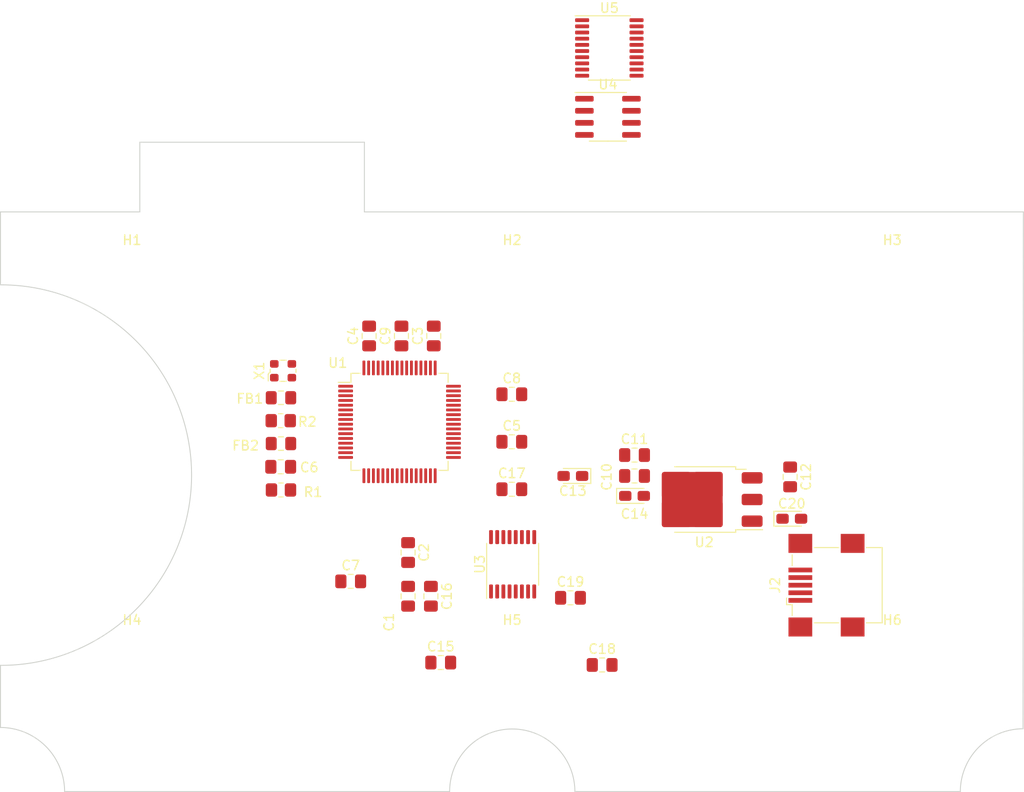
<source format=kicad_pcb>
(kicad_pcb (version 20221018) (generator pcbnew)
  (layers (0 "F.Cu" signal) (31 "B.Cu" signal) (34 "B.Paste" user) (35 "F.Paste" user) (36 "B.SilkS" user "B.Silkscreen") (37 "F.SilkS" user "F.Silkscreen") (38 "B.Mask" user) (39 "F.Mask" user) (44 "Edge.Cuts" user))
  (net 0 "")
  (net 1 "/+5V")
  (net 2 "GNDD")
  (net 3 "/+3.3V")
  (net 4 "/+1.8V")
  (net 5 "Net-(U3-C1+)")
  (net 6 "Net-(U3-C1-)")
  (net 7 "Net-(U3-VS+)")
  (net 8 "Net-(U3-VS-)")
  (net 9 "Net-(U3-C2+)")
  (net 10 "Net-(U3-C2-)")
  (net 11 "Net-(U1-VPHY)")
  (net 12 "Net-(U1-VPLL)")
  (net 13 "/TTL_~{RTS}_A")
  (net 14 "/TTL_~{CTS}_A")
  (net 15 "/TTL_~{DTR}_A")
  (net 16 "/TTL_~{DSR}_A")
  (net 17 "/TTL_~{DCD}_A")
  (net 18 "/TTL_~{RI}_A")
  (net 19 "Net-(J2-D-)")
  (net 20 "Net-(J2-D+)")
  (net 21 "/TTL_TX_C")
  (net 22 "/TTL_RX_C")
  (net 23 "Net-(U1-~{RESET})")
  (net 24 "Net-(U1-REF)")
  (net 25 "Net-(U1-OSCI)")
  (net 27 "/TTL_TX_A")
  (net 28 "/TTL_RX_A")
  (net 29 "/TTL_TX_D")
  (net 30 "/TTL_RX_D")
  (net 31 "/D_TXDEN")
  (net 32 "/~{PWREN}")
  (net 33 "/AL_RS232_OUT")
  (net 34 "/AL_RS232_IN")
  (net 35 "/TTL_TX_B")
  (net 36 "/TTL_RX_B")
  (net 44 "/GPS_RS232_IN")
  (net 45 "/GPS_RS232_OUT")
  (net 52 "/RS485_A")
  (net 53 "/RS485_B")
  (net 59 "/IRIDIUM_RS232_IN_~{DCD}")
  (net 60 "/IRIDIUM_RS232_IN_~{DSR}")
  (net 64 "/IRIDIUM_RS232_IN_RX")
  (net 65 "/IRIDIUM_RS232_OUT_~{RTS}")
  (net 66 "/IRIDIUM_RS232_OUT_TX")
  (net 67 "/IRIDIUM_RS232_IN_~{CTS}")
  (net 68 "/IRIDIUM_RS232_OUT_~{DTR}")
  (net 69 "/IRIDIUM_RS232_IN_~{RI}")
  (footprint "Package_SO:TSSOP-16_4.4x5mm_P0.65mm" (layer "F.Cu") (at 153.6 99.9 90)
    (fp_text reference "U3" (at 0 -3.45 90) (layer "F.SilkS"))
    (fp_text value "MAX3232")
    (fp_line (start 0 -2.735) (end -3.6 -2.735) (stroke (width 0.12)) (layer "F.SilkS"))
    (fp_line (start 0 -2.735) (end 2.2 -2.735) (stroke (width 0.12)) (layer "F.SilkS"))
    (fp_line (start 0 2.735) (end -2.2 2.735) (stroke (width 0.12)) (layer "F.SilkS"))
    (fp_line (start 0 2.735) (end 2.2 2.735) (stroke (width 0.12)) (layer "F.SilkS"))
    (pad "1" smd roundrect (at -2.8625 -2.275 90) (size 1.475 0.4) (layers "F.Cu" "F.Paste" "F.Mask") (net 5 "Net-(U3-C1+)"))
    (pad "2" smd roundrect (at -2.8625 -1.625 90) (size 1.475 0.4) (layers "F.Cu" "F.Paste" "F.Mask") (net 7 "Net-(U3-VS+)"))
    (pad "3" smd roundrect (at -2.8625 -0.975 90) (size 1.475 0.4) (layers "F.Cu" "F.Paste" "F.Mask") (net 6 "Net-(U3-C1-)"))
    (pad "4" smd roundrect (at -2.8625 -0.325 90) (size 1.475 0.4) (layers "F.Cu" "F.Paste" "F.Mask") (net 9 "Net-(U3-C2+)"))
    (pad "5" smd roundrect (at -2.8625 0.325 90) (size 1.475 0.4) (layers "F.Cu" "F.Paste" "F.Mask") (net 10 "Net-(U3-C2-)"))
    (pad "6" smd roundrect (at -2.8625 0.975 90) (size 1.475 0.4) (layers "F.Cu" "F.Paste" "F.Mask") (net 8 "Net-(U3-VS-)"))
    (pad "7" smd roundrect (at -2.8625 1.625 90) (size 1.475 0.4) (layers "F.Cu" "F.Paste" "F.Mask") (net 33 "/AL_RS232_OUT"))
    (pad "8" smd roundrect (at -2.8625 2.275 90) (size 1.475 0.4) (layers "F.Cu" "F.Paste" "F.Mask") (net 34 "/AL_RS232_IN"))
    (pad "9" smd roundrect (at 2.8625 2.275 90) (size 1.475 0.4) (layers "F.Cu" "F.Paste" "F.Mask") (net 22 "/TTL_RX_C"))
    (pad "10" smd roundrect (at 2.8625 1.625 90) (size 1.475 0.4) (layers "F.Cu" "F.Paste" "F.Mask") (net 21 "/TTL_TX_C"))
    (pad "11" smd roundrect (at 2.8625 0.975 90) (size 1.475 0.4) (layers "F.Cu" "F.Paste" "F.Mask") (net 35 "/TTL_TX_B"))
    (pad "12" smd roundrect (at 2.8625 0.325 90) (size 1.475 0.4) (layers "F.Cu" "F.Paste" "F.Mask") (net 36 "/TTL_RX_B"))
    (pad "13" smd roundrect (at 2.8625 -0.325 90) (size 1.475 0.4) (layers "F.Cu" "F.Paste" "F.Mask") (net 44 "/GPS_RS232_IN"))
    (pad "14" smd roundrect (at 2.8625 -0.975 90) (size 1.475 0.4) (layers "F.Cu" "F.Paste" "F.Mask") (net 45 "/GPS_RS232_OUT"))
    (pad "15" smd roundrect (at 2.8625 -1.625 90) (size 1.475 0.4) (layers "F.Cu" "F.Paste" "F.Mask") (net 2 "GNDD"))
    (pad "16" smd roundrect (at 2.8625 -2.275 90) (size 1.475 0.4) (layers "F.Cu" "F.Paste" "F.Mask") (net 1 "/+5V"))
  )
  (footprint "Resistor_SMD:R_0805_2012Metric_Pad1.20x1.40mm_HandSolder" (layer "F.Cu") (at 129.2 84.779 180)
    (fp_text reference "R2" (at -2.8 -0.121) (layer "F.SilkS"))
    (fp_text value "12K")
    (fp_line (start -0.227064 -0.735) (end 0.227064 -0.735) (stroke (width 0.12)) (layer "F.SilkS"))
    (fp_line (start -0.227064 0.735) (end 0.227064 0.735) (stroke (width 0.12)) (layer "F.SilkS"))
    (pad "1" smd roundrect (at -1 0 180) (size 1.2 1.4) (layers "F.Cu" "F.Paste" "F.Mask") (roundrect_rratio 0.208333) (net 24 "Net-(U1-REF)"))
    (pad "2" smd roundrect (at 1 0 180) (size 1.2 1.4) (layers "F.Cu" "F.Paste" "F.Mask") (roundrect_rratio 0.208333) (net 2 "GNDD"))
  )
  (footprint "Capacitor_SMD:C_0805_2012Metric_Pad1.18x1.45mm_HandSolder" (layer "F.Cu") (at 142.6 103.2625 -90)
    (fp_text reference "C1" (at 2.7375 2 90) (layer "F.SilkS"))
    (fp_text value ".1uF")
    (fp_line (start -0.261252 -0.735) (end 0.261252 -0.735) (stroke (width 0.12)) (layer "F.SilkS"))
    (fp_line (start -0.261252 0.735) (end 0.261252 0.735) (stroke (width 0.12)) (layer "F.SilkS"))
    (pad "1" smd roundrect (at -1.0375 0 270) (size 1.175 1.45) (layers "F.Cu" "F.Paste" "F.Mask") (roundrect_rratio 0.212766) (net 1 "/+5V"))
    (pad "2" smd roundrect (at 1.0375 0 270) (size 1.175 1.45) (layers "F.Cu" "F.Paste" "F.Mask") (roundrect_rratio 0.212766) (net 2 "GNDD"))
  )
  (footprint "Connector_USB:USB_Mini-B_Wuerth_65100516121_Horizontal" (layer "F.Cu") (at 186.475 102.1 90)
    (fp_text reference "J2" (at 0 -5.25 90) (layer "F.SilkS"))
    (fp_text value "USB_B_Mini")
    (fp_line (start -3.96 1.45) (end -3.96 -1.15) (stroke (width 0.12)) (layer "F.SilkS"))
    (fp_line (start -3.96 4.35) (end -3.96 6.01) (stroke (width 0.12)) (layer "F.SilkS"))
    (fp_line (start -3.96 6.01) (end 3.96 6.01) (stroke (width 0.12)) (layer "F.SilkS"))
    (fp_line (start -3.2 -3.46) (end -2.05 -3.46) (stroke (width 0.12)) (layer "F.SilkS"))
    (fp_line (start -2.05 -4.05) (end -1.35 -4.05) (stroke (width 0.12)) (layer "F.SilkS"))
    (fp_line (start -2.05 -3.46) (end -2.05 -4.05) (stroke (width 0.12)) (layer "F.SilkS"))
    (fp_line (start 2.05 -3.46) (end 3.2 -3.46) (stroke (width 0.12)) (layer "F.SilkS"))
    (fp_line (start 3.96 -1.15) (end 3.96 1.45) (stroke (width 0.12)) (layer "F.SilkS"))
    (fp_line (start 3.96 6.01) (end 3.96 4.35) (stroke (width 0.12)) (layer "F.SilkS"))
    (pad "" np_thru_hole circle (at -2.2 0 90) (size 0.9 0.9) (drill 0.9) (layers "*.Cu" "*.Mask"))
    (pad "" np_thru_hole circle (at 2.2 0 90) (size 0.9 0.9) (drill 0.9) (layers "*.Cu" "*.Mask"))
    (pad "1" smd rect (at -1.6 -2.6 90) (size 0.5 2.5) (layers "F.Cu" "F.Paste" "F.Mask") (net 1 "/+5V"))
    (pad "2" smd rect (at -0.8 -2.6 90) (size 0.5 2.5) (layers "F.Cu" "F.Paste" "F.Mask") (net 19 "Net-(J2-D-)"))
    (pad "3" smd rect (at 0 -2.6 90) (size 0.5 2.5) (layers "F.Cu" "F.Paste" "F.Mask") (net 20 "Net-(J2-D+)"))
    (pad "4" smd rect (at 0.8 -2.6 90) (size 0.5 2.5) (layers "F.Cu" "F.Paste" "F.Mask") (net 2 "GNDD"))
    (pad "5" smd rect (at 1.6 -2.6 90) (size 0.5 2.5) (layers "F.Cu" "F.Paste" "F.Mask") (net 2 "GNDD"))
    (pad "6" smd rect (at -4.4 -2.6 90) (size 2 2.5) (layers "F.Cu" "F.Paste" "F.Mask") (net 2 "GNDD"))
    (pad "6" smd rect (at -4.4 2.9 90) (size 2 2.5) (layers "F.Cu" "F.Paste" "F.Mask") (net 2 "GNDD"))
    (pad "6" smd rect (at 4.4 -2.6 90) (size 2 2.5) (layers "F.Cu" "F.Paste" "F.Mask") (net 2 "GNDD"))
    (pad "6" smd rect (at 4.4 2.9 90) (size 2 2.5) (layers "F.Cu" "F.Paste" "F.Mask") (net 2 "GNDD"))
  )
  (footprint "Inductor_SMD:L_0805_2012Metric_Pad1.15x1.40mm_HandSolder" (layer "F.Cu") (at 129.225 87.191)
    (fp_text reference "FB2" (at -3.725 0.209) (layer "F.SilkS"))
    (fp_text value "FerriteBead_Small" hide)
    (fp_line (start -0.261252 -0.71) (end 0.261252 -0.71) (stroke (width 0.12)) (layer "F.SilkS"))
    (fp_line (start -0.261252 0.71) (end 0.261252 0.71) (stroke (width 0.12)) (layer "F.SilkS"))
    (pad "1" smd roundrect (at -1.025 0) (size 1.15 1.4) (layers "F.Cu" "F.Paste" "F.Mask") (roundrect_rratio 0.217391) (net 3 "/+3.3V"))
    (pad "2" smd roundrect (at 1.025 0) (size 1.15 1.4) (layers "F.Cu" "F.Paste" "F.Mask") (roundrect_rratio 0.217391) (net 12 "Net-(U1-VPLL)"))
  )
  (footprint "Resistor_SMD:R_0805_2012Metric_Pad1.20x1.40mm_HandSolder" (layer "F.Cu") (at 129.225 92.075 180)
    (fp_text reference "R1" (at -3.375 -0.225) (layer "F.SilkS"))
    (fp_text value "1K")
    (fp_line (start -0.227064 -0.735) (end 0.227064 -0.735) (stroke (width 0.12)) (layer "F.SilkS"))
    (fp_line (start -0.227064 0.735) (end 0.227064 0.735) (stroke (width 0.12)) (layer "F.SilkS"))
    (pad "1" smd roundrect (at -1 0 180) (size 1.2 1.4) (layers "F.Cu" "F.Paste" "F.Mask") (roundrect_rratio 0.208333) (net 23 "Net-(U1-~{RESET})"))
    (pad "2" smd roundrect (at 1 0 180) (size 1.2 1.4) (layers "F.Cu" "F.Paste" "F.Mask") (roundrect_rratio 0.208333) (net 3 "/+3.3V"))
  )
  (footprint "Capacitor_Tantalum_SMD:CP_EIA-2012-12_Kemet-R_Pad1.30x1.05mm_HandSolder" (layer "F.Cu") (at 159.9375 90.6 180)
    (fp_text reference "C13" (at 0 -1.58) (layer "F.SilkS"))
    (fp_text value "4.7uF")
    (fp_line (start -1.885 -0.785) (end -1.885 0.785) (stroke (width 0.12)) (layer "F.SilkS"))
    (fp_line (start -1.885 0.785) (end 1 0.785) (stroke (width 0.12)) (layer "F.SilkS"))
    (fp_line (start 1 -0.785) (end -1.885 -0.785) (stroke (width 0.12)) (layer "F.SilkS"))
    (pad "1" smd roundrect (at -0.975 0 180) (size 1.3 1.05) (layers "F.Cu" "F.Paste" "F.Mask") (roundrect_rratio 0.238095) (net 3 "/+3.3V"))
    (pad "2" smd roundrect (at 0.975 0 180) (size 1.3 1.05) (layers "F.Cu" "F.Paste" "F.Mask") (roundrect_rratio 0.238095) (net 2 "GNDD"))
  )
  (footprint "Capacitor_SMD:C_0805_2012Metric_Pad1.18x1.45mm_HandSolder" (layer "F.Cu") (at 153.5125 92)
    (fp_text reference "C17" (at 0 -1.68) (layer "F.SilkS"))
    (fp_text value ".1uF")
    (fp_line (start -0.261252 -0.735) (end 0.261252 -0.735) (stroke (width 0.12)) (layer "F.SilkS"))
    (fp_line (start -0.261252 0.735) (end 0.261252 0.735) (stroke (width 0.12)) (layer "F.SilkS"))
    (pad "1" smd roundrect (at -1.0375 0) (size 1.175 1.45) (layers "F.Cu" "F.Paste" "F.Mask") (roundrect_rratio 0.212766) (net 1 "/+5V"))
    (pad "2" smd roundrect (at 1.0375 0) (size 1.175 1.45) (layers "F.Cu" "F.Paste" "F.Mask") (roundrect_rratio 0.212766) (net 2 "GNDD"))
  )
  (footprint "MountingHole:MountingHole_3.2mm_M3" (layer "F.Cu") (at 153.544252 69.967808)
    (fp_text reference "H2" (at 0 -4.2) (layer "F.SilkS"))
    (fp_text value "MountingHole")
    (pad "" np_thru_hole circle (at 0 0) (size 3.2 3.2) (drill 3.2) (layers "*.Cu" "*.Mask"))
  )
  (footprint "Capacitor_SMD:C_0805_2012Metric_Pad1.18x1.45mm_HandSolder" (layer "F.Cu") (at 145 103.2625 -90)
    (fp_text reference "C16" (at 0 -1.68 90) (layer "F.SilkS"))
    (fp_text value ".1uF")
    (fp_line (start -0.261252 -0.735) (end 0.261252 -0.735) (stroke (width 0.12)) (layer "F.SilkS"))
    (fp_line (start -0.261252 0.735) (end 0.261252 0.735) (stroke (width 0.12)) (layer "F.SilkS"))
    (pad "1" smd roundrect (at -1.0375 0 270) (size 1.175 1.45) (layers "F.Cu" "F.Paste" "F.Mask") (roundrect_rratio 0.212766) (net 1 "/+5V"))
    (pad "2" smd roundrect (at 1.0375 0 270) (size 1.175 1.45) (layers "F.Cu" "F.Paste" "F.Mask") (roundrect_rratio 0.212766) (net 7 "Net-(U3-VS+)"))
  )
  (footprint "Capacitor_SMD:C_0805_2012Metric_Pad1.18x1.45mm_HandSolder" (layer "F.Cu") (at 153.5125 82)
    (fp_text reference "C8" (at 0 -1.68) (layer "F.SilkS"))
    (fp_text value ".1uF")
    (fp_line (start -0.261252 -0.735) (end 0.261252 -0.735) (stroke (width 0.12)) (layer "F.SilkS"))
    (fp_line (start -0.261252 0.735) (end 0.261252 0.735) (stroke (width 0.12)) (layer "F.SilkS"))
    (pad "1" smd roundrect (at -1.0375 0) (size 1.175 1.45) (layers "F.Cu" "F.Paste" "F.Mask") (roundrect_rratio 0.212766) (net 3 "/+3.3V"))
    (pad "2" smd roundrect (at 1.0375 0) (size 1.175 1.45) (layers "F.Cu" "F.Paste" "F.Mask") (roundrect_rratio 0.212766) (net 2 "GNDD"))
  )
  (footprint "Capacitor_Tantalum_SMD:CP_EIA-2012-12_Kemet-R_Pad1.30x1.05mm_HandSolder" (layer "F.Cu") (at 182.975 95.1)
    (fp_text reference "C20" (at 0 -1.58) (layer "F.SilkS"))
    (fp_text value "4.7uF")
    (fp_line (start -1.885 -0.785) (end -1.885 0.785) (stroke (width 0.12)) (layer "F.SilkS"))
    (fp_line (start -1.885 0.785) (end 1 0.785) (stroke (width 0.12)) (layer "F.SilkS"))
    (fp_line (start 1 -0.785) (end -1.885 -0.785) (stroke (width 0.12)) (layer "F.SilkS"))
    (pad "1" smd roundrect (at -0.975 0) (size 1.3 1.05) (layers "F.Cu" "F.Paste" "F.Mask") (roundrect_rratio 0.238095) (net 1 "/+5V"))
    (pad "2" smd roundrect (at 0.975 0) (size 1.3 1.05) (layers "F.Cu" "F.Paste" "F.Mask") (roundrect_rratio 0.238095) (net 2 "GNDD"))
  )
  (footprint "Package_QFP:LQFP-64_10x10mm_P0.5mm" (layer "F.Cu") (at 141.7 84.9)
    (fp_text reference "U1" (at -6.5 -6.2) (layer "F.SilkS"))
    (fp_text value "FT4232H")
    (fp_line (start -5.11 -5.11) (end -5.11 -4.16) (stroke (width 0.12)) (layer "F.SilkS"))
    (fp_line (start -5.11 -4.16) (end -6.45 -4.16) (stroke (width 0.12)) (layer "F.SilkS"))
    (fp_line (start -5.11 5.11) (end -5.11 4.16) (stroke (width 0.12)) (layer "F.SilkS"))
    (fp_line (start -4.16 -5.11) (end -5.11 -5.11) (stroke (width 0.12)) (layer "F.SilkS"))
    (fp_line (start -4.16 5.11) (end -5.11 5.11) (stroke (width 0.12)) (layer "F.SilkS"))
    (fp_line (start 4.16 -5.11) (end 5.11 -5.11) (stroke (width 0.12)) (layer "F.SilkS"))
    (fp_line (start 4.16 5.11) (end 5.11 5.11) (stroke (width 0.12)) (layer "F.SilkS"))
    (fp_line (start 5.11 -5.11) (end 5.11 -4.16) (stroke (width 0.12)) (layer "F.SilkS"))
    (fp_line (start 5.11 5.11) (end 5.11 4.16) (stroke (width 0.12)) (layer "F.SilkS"))
    (pad "1" smd roundrect (at -5.675 -3.75) (size 1.55 0.3) (layers "F.Cu" "F.Paste" "F.Mask") (net 2 "GNDD"))
    (pad "2" smd roundrect (at -5.675 -3.25) (size 1.55 0.3) (layers "F.Cu" "F.Paste" "F.Mask") (net 25 "Net-(U1-OSCI)"))
    (pad "3" smd roundrect (at -5.675 -2.75) (size 1.55 0.3) (layers "F.Cu" "F.Paste" "F.Mask"))
    (pad "4" smd roundrect (at -5.675 -2.25) (size 1.55 0.3) (layers "F.Cu" "F.Paste" "F.Mask") (net 11 "Net-(U1-VPHY)"))
    (pad "5" smd roundrect (at -5.675 -1.75) (size 1.55 0.3) (layers "F.Cu" "F.Paste" "F.Mask") (net 2 "GNDD"))
    (pad "6" smd roundrect (at -5.675 -1.25) (size 1.55 0.3) (layers "F.Cu" "F.Paste" "F.Mask") (net 24 "Net-(U1-REF)"))
    (pad "7" smd roundrect (at -5.675 -0.75) (size 1.55 0.3) (layers "F.Cu" "F.Paste" "F.Mask") (net 19 "Net-(J2-D-)"))
    (pad "8" smd roundrect (at -5.675 -0.25) (size 1.55 0.3) (layers "F.Cu" "F.Paste" "F.Mask") (net 20 "Net-(J2-D+)"))
    (pad "9" smd roundrect (at -5.675 0.25) (size 1.55 0.3) (layers "F.Cu" "F.Paste" "F.Mask") (net 12 "Net-(U1-VPLL)"))
    (pad "10" smd roundrect (at -5.675 0.75) (size 1.55 0.3) (layers "F.Cu" "F.Paste" "F.Mask") (net 2 "GNDD"))
    (pad "11" smd roundrect (at -5.675 1.25) (size 1.55 0.3) (layers "F.Cu" "F.Paste" "F.Mask") (net 2 "GNDD"))
    (pad "12" smd roundrect (at -5.675 1.75) (size 1.55 0.3) (layers "F.Cu" "F.Paste" "F.Mask") (net 4 "/+1.8V"))
    (pad "13" smd roundrect (at -5.675 2.25) (size 1.55 0.3) (layers "F.Cu" "F.Paste" "F.Mask") (net 2 "GNDD"))
    (pad "14" smd roundrect (at -5.675 2.75) (size 1.55 0.3) (layers "F.Cu" "F.Paste" "F.Mask") (net 23 "Net-(U1-~{RESET})"))
    (pad "15" smd roundrect (at -5.675 3.25) (size 1.55 0.3) (layers "F.Cu" "F.Paste" "F.Mask") (net 2 "GNDD"))
    (pad "16" smd roundrect (at -5.675 3.75) (size 1.55 0.3) (layers "F.Cu" "F.Paste" "F.Mask") (net 27 "/TTL_TX_A"))
    (pad "17" smd roundrect (at -3.75 5.675) (size 0.3 1.55) (layers "F.Cu" "F.Paste" "F.Mask") (net 28 "/TTL_RX_A"))
    (pad "18" smd roundrect (at -3.25 5.675) (size 0.3 1.55) (layers "F.Cu" "F.Paste" "F.Mask") (net 13 "/TTL_~{RTS}_A"))
    (pad "19" smd roundrect (at -2.75 5.675) (size 0.3 1.55) (layers "F.Cu" "F.Paste" "F.Mask") (net 14 "/TTL_~{CTS}_A"))
    (pad "20" smd roundrect (at -2.25 5.675) (size 0.3 1.55) (layers "F.Cu" "F.Paste" "F.Mask") (net 3 "/+3.3V"))
    (pad "21" smd roundrect (at -1.75 5.675) (size 0.3 1.55) (layers "F.Cu" "F.Paste" "F.Mask") (net 15 "/TTL_~{DTR}_A"))
    (pad "22" smd roundrect (at -1.25 5.675) (size 0.3 1.55) (layers "F.Cu" "F.Paste" "F.Mask") (net 16 "/TTL_~{DSR}_A"))
    (pad "23" smd roundrect (at -0.75 5.675) (size 0.3 1.55) (layers "F.Cu" "F.Paste" "F.Mask") (net 17 "/TTL_~{DCD}_A"))
    (pad "24" smd roundrect (at -0.25 5.675) (size 0.3 1.55) (layers "F.Cu" "F.Paste" "F.Mask") (net 18 "/TTL_~{RI}_A"))
    (pad "25" smd roundrect (at 0.25 5.675) (size 0.3 1.55) (layers "F.Cu" "F.Paste" "F.Mask") (net 2 "GNDD"))
    (pad "26" smd roundrect (at 0.75 5.675) (size 0.3 1.55) (layers "F.Cu" "F.Paste" "F.Mask") (net 35 "/TTL_TX_B"))
    (pad "27" smd roundrect (at 1.25 5.675) (size 0.3 1.55) (layers "F.Cu" "F.Paste" "F.Mask") (net 36 "/TTL_RX_B"))
    (pad "28" smd roundrect (at 1.75 5.675) (size 0.3 1.55) (layers "F.Cu" "F.Paste" "F.Mask"))
    (pad "29" smd roundrect (at 2.25 5.675) (size 0.3 1.55) (layers "F.Cu" "F.Paste" "F.Mask"))
    (pad "30" smd roundrect (at 2.75 5.675) (size 0.3 1.55) (layers "F.Cu" "F.Paste" "F.Mask"))
    (pad "31" smd roundrect (at 3.25 5.675) (size 0.3 1.55) (layers "F.Cu" "F.Paste" "F.Mask") (net 3 "/+3.3V"))
    (pad "32" smd roundrect (at 3.75 5.675) (size 0.3 1.55) (layers "F.Cu" "F.Paste" "F.Mask"))
    (pad "33" smd roundrect (at 5.675 3.75) (size 1.55 0.3) (layers "F.Cu" "F.Paste" "F.Mask"))
    (pad "34" smd roundrect (at 5.675 3.25) (size 1.55 0.3) (layers "F.Cu" "F.Paste" "F.Mask"))
    (pad "35" smd roundrect (at 5.675 2.75) (size 1.55 0.3) (layers "F.Cu" "F.Paste" "F.Mask") (net 2 "GNDD"))
    (pad "36" smd roundrect (at 5.675 2.25) (size 1.55 0.3) (layers "F.Cu" "F.Paste" "F.Mask"))
    (pad "37" smd roundrect (at 5.675 1.75) (size 1.55 0.3) (layers "F.Cu" "F.Paste" "F.Mask") (net 4 "/+1.8V"))
    (pad "38" smd roundrect (at 5.675 1.25) (size 1.55 0.3) (layers "F.Cu" "F.Paste" "F.Mask") (net 21 "/TTL_TX_C"))
    (pad "39" smd roundrect (at 5.675 0.75) (size 1.55 0.3) (layers "F.Cu" "F.Paste" "F.Mask") (net 22 "/TTL_RX_C"))
    (pad "40" smd roundrect (at 5.675 0.25) (size 1.55 0.3) (layers "F.Cu" "F.Paste" "F.Mask"))
    (pad "41" smd roundrect (at 5.675 -0.25) (size 1.55 0.3) (layers "F.Cu" "F.Paste" "F.Mask"))
    (pad "42" smd roundrect (at 5.675 -0.75) (size 1.55 0.3) (layers "F.Cu" "F.Paste" "F.Mask") (net 3 "/+3.3V"))
    (pad "43" smd roundrect (at 5.675 -1.25) (size 1.55 0.3) (layers "F.Cu" "F.Paste" "F.Mask"))
    (pad "44" smd roundrect (at 5.675 -1.75) (size 1.55 0.3) (layers "F.Cu" "F.Paste" "F.Mask"))
    (pad "45" smd roundrect (at 5.675 -2.25) (size 1.55 0.3) (layers "F.Cu" "F.Paste" "F.Mask"))
    (pad "46" smd roundrect (at 5.675 -2.75) (size 1.55 0.3) (layers "F.Cu" "F.Paste" "F.Mask"))
    (pad "47" smd roundrect (at 5.675 -3.25) (size 1.55 0.3) (layers "F.Cu" "F.Paste" "F.Mask") (net 2 "GNDD"))
    (pad "48" smd roundrect (at 5.675 -3.75) (size 1.55 0.3) (layers "F.Cu" "F.Paste" "F.Mask") (net 29 "/TTL_TX_D"))
    (pad "49" smd roundrect (at 3.75 -5.675) (size 0.3 1.55) (layers "F.Cu" "F.Paste" "F.Mask") (net 4 "/+1.8V"))
    (pad "50" smd roundrect (at 3.25 -5.675) (size 0.3 1.55) (layers "F.Cu" "F.Paste" "F.Mask") (net 3 "/+3.3V"))
    (pad "51" smd roundrect (at 2.75 -5.675) (size 0.3 1.55) (layers "F.Cu" "F.Paste" "F.Mask") (net 2 "GNDD"))
    (pad "52" smd roundrect (at 2.25 -5.675) (size 0.3 1.55) (layers "F.Cu" "F.Paste" "F.Mask") (net 30 "/TTL_RX_D"))
    (pad "53" smd roundrect (at 1.75 -5.675) (size 0.3 1.55) (layers "F.Cu" "F.Paste" "F.Mask"))
    (pad "54" smd roundrect (at 1.25 -5.675) (size 0.3 1.55) (layers "F.Cu" "F.Paste" "F.Mask"))
    (pad "55" smd roundrect (at 0.75 -5.675) (size 0.3 1.55) (layers "F.Cu" "F.Paste" "F.Mask"))
    (pad "56" smd roundrect (at 0.25 -5.675) (size 0.3 1.55) (layers "F.Cu" "F.Paste" "F.Mask") (net 3 "/+3.3V"))
    (pad "57" smd roundrect (at -0.25 -5.675) (size 0.3 1.55) (layers "F.Cu" "F.Paste" "F.Mask"))
    (pad "58" smd roundrect (at -0.75 -5.675) (size 0.3 1.55) (layers "F.Cu" "F.Paste" "F.Mask"))
    (pad "59" smd roundrect (at -1.25 -5.675) (size 0.3 1.55) (layers "F.Cu" "F.Paste" "F.Mask") (net 31 "/D_TXDEN"))
    (pad "60" smd roundrect (at -1.75 -5.675) (size 0.3 1.55) (layers "F.Cu" "F.Paste" "F.Mask") (net 32 "/~{PWREN}"))
    (pad "61" smd roundrect (at -2.25 -5.675) (size 0.3 1.55) (layers "F.Cu" "F.Paste" "F.Mask"))
    (pad "62" smd roundrect (at -2.75 -5.675) (size 0.3 1.55) (layers "F.Cu" "F.Paste" "F.Mask"))
    (pad "63" smd roundrect (at -3.25 -5.675) (size 0.3 1.55) (layers "F.Cu" "F.Paste" "F.Mask"))
    (pad "64" smd roundrect (at -3.75 -5.675) (size 0.3 1.55) (layers "F.Cu" "F.Paste" "F.Mask") (net 4 "/+1.8V"))
  )
  (footprint "MountingHole:MountingHole_3.2mm_M3" (layer "F.Cu") (at 193.544252 69.967808)
    (fp_text reference "H3" (at 0 -4.2) (layer "F.SilkS"))
    (fp_text value "MountingHole")
    (pad "" np_thru_hole circle (at 0 0) (size 3.2 3.2) (drill 3.2) (layers "*.Cu" "*.Mask"))
  )
  (footprint "Capacitor_SMD:C_0805_2012Metric_Pad1.18x1.45mm_HandSolder" (layer "F.Cu") (at 141.9 75.8625 90)
    (fp_text reference "C9" (at 0 -1.68 90) (layer "F.SilkS"))
    (fp_text value ".1uF")
    (fp_line (start -0.261252 -0.735) (end 0.261252 -0.735) (stroke (width 0.12)) (layer "F.SilkS"))
    (fp_line (start -0.261252 0.735) (end 0.261252 0.735) (stroke (width 0.12)) (layer "F.SilkS"))
    (pad "1" smd roundrect (at -1.0375 0 90) (size 1.175 1.45) (layers "F.Cu" "F.Paste" "F.Mask") (roundrect_rratio 0.212766) (net 3 "/+3.3V"))
    (pad "2" smd roundrect (at 1.0375 0 90) (size 1.175 1.45) (layers "F.Cu" "F.Paste" "F.Mask") (roundrect_rratio 0.212766) (net 2 "GNDD"))
  )
  (footprint "Capacitor_SMD:C_0805_2012Metric_Pad1.18x1.45mm_HandSolder" (layer "F.Cu") (at 159.686752 103.427808)
    (fp_text reference "C19" (at 0 -1.68) (layer "F.SilkS"))
    (fp_text value ".1uF")
    (fp_line (start -0.261252 -0.735) (end 0.261252 -0.735) (stroke (width 0.12)) (layer "F.SilkS"))
    (fp_line (start -0.261252 0.735) (end 0.261252 0.735) (stroke (width 0.12)) (layer "F.SilkS"))
    (pad "1" smd roundrect (at -1.0375 0) (size 1.175 1.45) (layers "F.Cu" "F.Paste" "F.Mask") (roundrect_rratio 0.212766) (net 9 "Net-(U3-C2+)"))
    (pad "2" smd roundrect (at 1.0375 0) (size 1.175 1.45) (layers "F.Cu" "F.Paste" "F.Mask") (roundrect_rratio 0.212766) (net 10 "Net-(U3-C2-)"))
  )
  (footprint "Inductor_SMD:L_0805_2012Metric_Pad1.15x1.40mm_HandSolder" (layer "F.Cu") (at 129.225 82.367)
    (fp_text reference "FB1" (at -3.275 0.1) (layer "F.SilkS"))
    (fp_text value "FerriteBead_Small" hide)
    (fp_line (start -0.261252 -0.71) (end 0.261252 -0.71) (stroke (width 0.12)) (layer "F.SilkS"))
    (fp_line (start -0.261252 0.71) (end 0.261252 0.71) (stroke (width 0.12)) (layer "F.SilkS"))
    (pad "1" smd roundrect (at -1.025 0) (size 1.15 1.4) (layers "F.Cu" "F.Paste" "F.Mask") (roundrect_rratio 0.217391) (net 3 "/+3.3V"))
    (pad "2" smd roundrect (at 1.025 0) (size 1.15 1.4) (layers "F.Cu" "F.Paste" "F.Mask") (roundrect_rratio 0.217391) (net 11 "Net-(U1-VPHY)"))
  )
  (footprint "Oscillator:Oscillator_SMD_ECS_2520MV-xxx-xx-4Pin_2.5x2.0mm" (layer "F.Cu") (at 129.445 79.525 90)
    (fp_text reference "X1" (at 0 -2.5 90) (layer "F.SilkS"))
    (fp_text value "ECS-2033-120-BN")
    (fp_line (start -1.11 0.32) (end -1.11 -0.32) (stroke (width 0.12)) (layer "F.SilkS"))
    (fp_line (start -0.38 -1.56) (end -1.07 -1.56) (stroke (width 0.12)) (layer "F.SilkS"))
    (fp_line (start -0.17 1.36) (end 0.17 1.36) (stroke (width 0.12)) (layer "F.SilkS"))
    (fp_line (start -0.16 -1.36) (end 0.17 -1.36) (stroke (width 0.12)) (layer "F.SilkS"))
    (fp_line (start 1.11 0.32) (end 1.11 -0.32) (stroke (width 0.12)) (layer "F.SilkS"))
    (fp_arc (start -0.38 -1.56) (mid -0.246393 -1.485967) (end -0.16 -1.36) (stroke (width 0.12)) (layer "F.SilkS"))
    (pad "1" smd roundrect (at -0.725 -0.925 90) (size 0.8 0.9) (layers "F.Cu" "F.Paste" "F.Mask") (net 3 "/+3.3V"))
    (pad "2" smd roundrect (at -0.725 0.925 90) (size 0.8 0.9) (layers "F.Cu" "F.Paste" "F.Mask") (net 2 "GNDD"))
    (pad "3" smd roundrect (at 0.725 0.925 90) (size 0.8 0.9) (layers "F.Cu" "F.Paste" "F.Mask") (net 25 "Net-(U1-OSCI)"))
    (pad "4" smd roundrect (at 0.725 -0.925 90) (size 0.8 0.9) (layers "F.Cu" "F.Paste" "F.Mask") (net 3 "/+3.3V"))
  )
  (footprint "Capacitor_SMD:C_0805_2012Metric_Pad1.18x1.45mm_HandSolder" (layer "F.Cu") (at 138.5 75.8625 90)
    (fp_text reference "C4" (at 0 -1.68 90) (layer "F.SilkS"))
    (fp_text value ".1uF")
    (fp_line (start -0.261252 -0.735) (end 0.261252 -0.735) (stroke (width 0.12)) (layer "F.SilkS"))
    (fp_line (start -0.261252 0.735) (end 0.261252 0.735) (stroke (width 0.12)) (layer "F.SilkS"))
    (pad "1" smd roundrect (at -1.0375 0 90) (size 1.175 1.45) (layers "F.Cu" "F.Paste" "F.Mask") (roundrect_rratio 0.212766) (net 4 "/+1.8V"))
    (pad "2" smd roundrect (at 1.0375 0 90) (size 1.175 1.45) (layers "F.Cu" "F.Paste" "F.Mask") (roundrect_rratio 0.212766) (net 2 "GNDD"))
  )
  (footprint "Capacitor_SMD:C_0805_2012Metric_Pad1.18x1.45mm_HandSolder" (layer "F.Cu") (at 182.8 90.7 -90)
    (fp_text reference "C12" (at 0 -1.68 90) (layer "F.SilkS"))
    (fp_text value ".1uF")
    (fp_line (start -0.261252 -0.735) (end 0.261252 -0.735) (stroke (width 0.12)) (layer "F.SilkS"))
    (fp_line (start -0.261252 0.735) (end 0.261252 0.735) (stroke (width 0.12)) (layer "F.SilkS"))
    (pad "1" smd roundrect (at -1.0375 0 270) (size 1.175 1.45) (layers "F.Cu" "F.Paste" "F.Mask") (roundrect_rratio 0.212766) (net 3 "/+3.3V"))
    (pad "2" smd roundrect (at 1.0375 0 270) (size 1.175 1.45) (layers "F.Cu" "F.Paste" "F.Mask") (roundrect_rratio 0.212766) (net 2 "GNDD"))
  )
  (footprint "Capacitor_SMD:C_0805_2012Metric_Pad1.18x1.45mm_HandSolder" (layer "F.Cu") (at 153.5125 87)
    (fp_text reference "C5" (at 0 -1.68) (layer "F.SilkS"))
    (fp_text value ".1uF")
    (fp_line (start -0.261252 -0.735) (end 0.261252 -0.735) (stroke (width 0.12)) (layer "F.SilkS"))
    (fp_line (start -0.261252 0.735) (end 0.261252 0.735) (stroke (width 0.12)) (layer "F.SilkS"))
    (pad "1" smd roundrect (at -1.0375 0) (size 1.175 1.45) (layers "F.Cu" "F.Paste" "F.Mask") (roundrect_rratio 0.212766) (net 4 "/+1.8V"))
    (pad "2" smd roundrect (at 1.0375 0) (size 1.175 1.45) (layers "F.Cu" "F.Paste" "F.Mask") (roundrect_rratio 0.212766) (net 2 "GNDD"))
  )
  (footprint "MountingHole:MountingHole_3.2mm_M3" (layer "F.Cu") (at 113.544252 109.967808)
    (fp_text reference "H4" (at 0 -4.2) (layer "F.SilkS"))
    (fp_text value "MountingHole")
    (pad "" np_thru_hole circle (at 0 0) (size 3.2 3.2) (drill 3.2) (layers "*.Cu" "*.Mask"))
  )
  (footprint "Capacitor_SMD:C_0805_2012Metric_Pad1.18x1.45mm_HandSolder" (layer "F.Cu") (at 142.6 98.6625 -90)
    (fp_text reference "C2" (at 0 -1.68 90) (layer "F.SilkS"))
    (fp_text value ".1uF")
    (fp_line (start -0.261252 -0.735) (end 0.261252 -0.735) (stroke (width 0.12)) (layer "F.SilkS"))
    (fp_line (start -0.261252 0.735) (end 0.261252 0.735) (stroke (width 0.12)) (layer "F.SilkS"))
    (pad "1" smd roundrect (at -1.0375 0 270) (size 1.175 1.45) (layers "F.Cu" "F.Paste" "F.Mask") (roundrect_rratio 0.212766) (net 3 "/+3.3V"))
    (pad "2" smd roundrect (at 1.0375 0 270) (size 1.175 1.45) (layers "F.Cu" "F.Paste" "F.Mask") (roundrect_rratio 0.212766) (net 2 "GNDD"))
  )
  (footprint "Capacitor_SMD:C_0805_2012Metric_Pad1.18x1.45mm_HandSolder" (layer "F.Cu") (at 129.195 89.633 180)
    (fp_text reference "C6" (at -3.005 -0.067) (layer "F.SilkS"))
    (fp_text value ".1uF")
    (fp_line (start -0.261252 -0.735) (end 0.261252 -0.735) (stroke (width 0.12)) (layer "F.SilkS"))
    (fp_line (start -0.261252 0.735) (end 0.261252 0.735) (stroke (width 0.12)) (layer "F.SilkS"))
    (pad "1" smd roundrect (at -1.0375 0 180) (size 1.175 1.45) (layers "F.Cu" "F.Paste" "F.Mask") (roundrect_rratio 0.212766) (net 4 "/+1.8V"))
    (pad "2" smd roundrect (at 1.0375 0 180) (size 1.175 1.45) (layers "F.Cu" "F.Paste" "F.Mask") (roundrect_rratio 0.212766) (net 2 "GNDD"))
  )
  (footprint "MountingHole:MountingHole_3.2mm_M3" (layer "F.Cu") (at 153.544252 109.967808)
    (fp_text reference "H5" (at 0 -4.2) (layer "F.SilkS"))
    (fp_text value "MountingHole")
    (pad "" np_thru_hole circle (at 0 0) (size 3.2 3.2) (drill 3.2) (layers "*.Cu" "*.Mask"))
  )
  (footprint "Package_SO:SOIC-8_3.9x4.9mm_P1.27mm" (layer "F.Cu") (at 163.625 52.785)
    (fp_text reference "U4" (at 0 -3.4) (layer "F.SilkS"))
    (fp_text value "THVD1420D")
    (fp_line (start 0 -2.56) (end -3.45 -2.56) (stroke (width 0.12)) (layer "F.SilkS"))
    (fp_line (start 0 -2.56) (end 1.95 -2.56) (stroke (width 0.12)) (layer "F.SilkS"))
    (fp_line (start 0 2.56) (end -1.95 2.56) (stroke (width 0.12)) (layer "F.SilkS"))
    (fp_line (start 0 2.56) (end 1.95 2.56) (stroke (width 0.12)) (layer "F.SilkS"))
    (pad "1" smd roundrect (at -2.475 -1.905) (size 1.95 0.6) (layers "F.Cu" "F.Paste" "F.Mask") (net 30 "/TTL_RX_D"))
    (pad "2" smd roundrect (at -2.475 -0.635) (size 1.95 0.6) (layers "F.Cu" "F.Paste" "F.Mask") (net 32 "/~{PWREN}"))
    (pad "3" smd roundrect (at -2.475 0.635) (size 1.95 0.6) (layers "F.Cu" "F.Paste" "F.Mask") (net 31 "/D_TXDEN"))
    (pad "4" smd roundrect (at -2.475 1.905) (size 1.95 0.6) (layers "F.Cu" "F.Paste" "F.Mask") (net 29 "/TTL_TX_D"))
    (pad "5" smd roundrect (at 2.475 1.905) (size 1.95 0.6) (layers "F.Cu" "F.Paste" "F.Mask") (net 2 "GNDD"))
    (pad "6" smd roundrect (at 2.475 0.635) (size 1.95 0.6) (layers "F.Cu" "F.Paste" "F.Mask") (net 52 "/RS485_A"))
    (pad "7" smd roundrect (at 2.475 -0.635) (size 1.95 0.6) (layers "F.Cu" "F.Paste" "F.Mask") (net 53 "/RS485_B"))
    (pad "8" smd roundrect (at 2.475 -1.905) (size 1.95 0.6) (layers "F.Cu" "F.Paste" "F.Mask") (net 1 "/+5V"))
  )
  (footprint "Capacitor_SMD:C_0805_2012Metric_Pad1.18x1.45mm_HandSolder" (layer "F.Cu") (at 163.016752 110.497808)
    (fp_text reference "C18" (at 0 -1.68) (layer "F.SilkS"))
    (fp_text value ".1uF")
    (fp_line (start -0.261252 -0.735) (end 0.261252 -0.735) (stroke (width 0.12)) (layer "F.SilkS"))
    (fp_line (start -0.261252 0.735) (end 0.261252 0.735) (stroke (width 0.12)) (layer "F.SilkS"))
    (pad "1" smd roundrect (at -1.0375 0) (size 1.175 1.45) (layers "F.Cu" "F.Paste" "F.Mask") (roundrect_rratio 0.212766) (net 8 "Net-(U3-VS-)"))
    (pad "2" smd roundrect (at 1.0375 0) (size 1.175 1.45) (layers "F.Cu" "F.Paste" "F.Mask") (roundrect_rratio 0.212766) (net 2 "GNDD"))
  )
  (footprint "MountingHole:MountingHole_3.2mm_M3" (layer "F.Cu") (at 193.544252 109.967808)
    (fp_text reference "H6" (at 0 -4.2) (layer "F.SilkS"))
    (fp_text value "MountingHole")
    (pad "" np_thru_hole circle (at 0 0) (size 3.2 3.2) (drill 3.2) (layers "*.Cu" "*.Mask"))
  )
  (footprint "Capacitor_SMD:C_0805_2012Metric_Pad1.18x1.45mm_HandSolder" (layer "F.Cu") (at 146.034252 110.247808)
    (fp_text reference "C15" (at 0 -1.68) (layer "F.SilkS"))
    (fp_text value ".1uF")
    (fp_line (start -0.261252 -0.735) (end 0.261252 -0.735) (stroke (width 0.12)) (layer "F.SilkS"))
    (fp_line (start -0.261252 0.735) (end 0.261252 0.735) (stroke (width 0.12)) (layer "F.SilkS"))
    (pad "1" smd roundrect (at -1.0375 0) (size 1.175 1.45) (layers "F.Cu" "F.Paste" "F.Mask") (roundrect_rratio 0.212766) (net 5 "Net-(U3-C1+)"))
    (pad "2" smd roundrect (at 1.0375 0) (size 1.175 1.45) (layers "F.Cu" "F.Paste" "F.Mask") (roundrect_rratio 0.212766) (net 6 "Net-(U3-C1-)"))
  )
  (footprint "Capacitor_SMD:C_0805_2012Metric_Pad1.18x1.45mm_HandSolder" (layer "F.Cu") (at 166.425 90.6)
    (fp_text reference "C10" (at -2.925 0.1 90) (layer "F.SilkS"))
    (fp_text value ".1uF")
    (fp_line (start -0.261252 -0.735) (end 0.261252 -0.735) (stroke (width 0.12)) (layer "F.SilkS"))
    (fp_line (start -0.261252 0.735) (end 0.261252 0.735) (stroke (width 0.12)) (layer "F.SilkS"))
    (pad "1" smd roundrect (at -1.0375 0) (size 1.175 1.45) (layers "F.Cu" "F.Paste" "F.Mask") (roundrect_rratio 0.212766) (net 3 "/+3.3V"))
    (pad "2" smd roundrect (at 1.0375 0) (size 1.175 1.45) (layers "F.Cu" "F.Paste" "F.Mask") (roundrect_rratio 0.212766) (net 2 "GNDD"))
  )
  (footprint "Capacitor_Tantalum_SMD:CP_EIA-2012-12_Kemet-R_Pad1.30x1.05mm_HandSolder" (layer "F.Cu") (at 166.425 92.7)
    (fp_text reference "C14" (at 0 1.9) (layer "F.SilkS"))
    (fp_text value "4.7uF")
    (fp_line (start -1.885 -0.785) (end -1.885 0.785) (stroke (width 0.12)) (layer "F.SilkS"))
    (fp_line (start -1.885 0.785) (end 1 0.785) (stroke (width 0.12)) (layer "F.SilkS"))
    (fp_line (start 1 -0.785) (end -1.885 -0.785) (stroke (width 0.12)) (layer "F.SilkS"))
    (pad "1" smd roundrect (at -0.975 0) (size 1.3 1.05) (layers "F.Cu" "F.Paste" "F.Mask") (roundrect_rratio 0.238095) (net 3 "/+3.3V"))
    (pad "2" smd roundrect (at 0.975 0) (size 1.3 1.05) (layers "F.Cu" "F.Paste" "F.Mask") (roundrect_rratio 0.238095) (net 2 "GNDD"))
  )
  (footprint "Capacitor_SMD:C_0805_2012Metric_Pad1.18x1.45mm_HandSolder" (layer "F.Cu") (at 136.5625 101.7)
    (fp_text reference "C7" (at 0 -1.68) (layer "F.SilkS"))
    (fp_text value ".1uF")
    (fp_line (start -0.261252 -0.735) (end 0.261252 -0.735) (stroke (width 0.12)) (layer "F.SilkS"))
    (fp_line (start -0.261252 0.735) (end 0.261252 0.735) (stroke (width 0.12)) (layer "F.SilkS"))
    (pad "1" smd roundrect (at -1.0375 0) (size 1.175 1.45) (layers "F.Cu" "F.Paste" "F.Mask") (roundrect_rratio 0.212766) (net 3 "/+3.3V"))
    (pad "2" smd roundrect (at 1.0375 0) (size 1.175 1.45) (layers "F.Cu" "F.Paste" "F.Mask") (roundrect_rratio 0.212766) (net 2 "GNDD"))
  )
  (footprint "Capacitor_SMD:C_0805_2012Metric_Pad1.18x1.45mm_HandSolder" (layer "F.Cu") (at 145.3 75.8625 90)
    (fp_text reference "C3" (at 0 -1.68 90) (layer "F.SilkS"))
    (fp_text value "3.3uF")
    (fp_line (start -0.261252 -0.735) (end 0.261252 -0.735) (stroke (width 0.12)) (layer "F.SilkS"))
    (fp_line (start -0.261252 0.735) (end 0.261252 0.735) (stroke (width 0.12)) (layer "F.SilkS"))
    (pad "1" smd roundrect (at -1.0375 0 90) (size 1.175 1.45) (layers "F.Cu" "F.Paste" "F.Mask") (roundrect_rratio 0.212766) (net 4 "/+1.8V"))
    (pad "2" smd roundrect (at 1.0375 0 90) (size 1.175 1.45) (layers "F.Cu" "F.Paste" "F.Mask") (roundrect_rratio 0.212766) (net 2 "GNDD"))
  )
  (footprint "Capacitor_SMD:C_0805_2012Metric_Pad1.18x1.45mm_HandSolder" (layer "F.Cu") (at 166.425 88.4)
    (fp_text reference "C11" (at 0 -1.68) (layer "F.SilkS"))
    (fp_text value ".1uF")
    (fp_line (start -0.261252 -0.735) (end 0.261252 -0.735) (stroke (width 0.12)) (layer "F.SilkS"))
    (fp_line (start -0.261252 0.735) (end 0.261252 0.735) (stroke (width 0.12)) (layer "F.SilkS"))
    (pad "1" smd roundrect (at -1.0375 0) (size 1.175 1.45) (layers "F.Cu" "F.Paste" "F.Mask") (roundrect_rratio 0.212766) (net 3 "/+3.3V"))
    (pad "2" smd roundrect (at 1.0375 0) (size 1.175 1.45) (layers "F.Cu" "F.Paste" "F.Mask") (roundrect_rratio 0.212766) (net 2 "GNDD"))
  )
  (footprint "Package_SO:TSSOP-20_4.4x6.5mm_P0.65mm" (layer "F.Cu") (at 163.775 45.535)
    (fp_text reference "U5" (at 0 -4.2) (layer "F.SilkS"))
    (fp_text value "GD75232PW")
    (fp_line (start 0 -3.385) (end -3.6 -3.385) (stroke (width 0.12)) (layer "F.SilkS"))
    (fp_line (start 0 -3.385) (end 2.2 -3.385) (stroke (width 0.12)) (layer "F.SilkS"))
    (fp_line (start 0 3.385) (end -2.2 3.385) (stroke (width 0.12)) (layer "F.SilkS"))
    (fp_line (start 0 3.385) (end 2.2 3.385) (stroke (width 0.12)) (layer "F.SilkS"))
    (pad "1" smd roundrect (at -2.8625 -2.925) (size 1.475 0.4) (layers "F.Cu" "F.Paste" "F.Mask") (net 1 "/+5V"))
    (pad "2" smd roundrect (at -2.8625 -2.275) (size 1.475 0.4) (layers "F.Cu" "F.Paste" "F.Mask") (net 59 "/IRIDIUM_RS232_IN_~{DCD}"))
    (pad "3" smd roundrect (at -2.8625 -1.625) (size 1.475 0.4) (layers "F.Cu" "F.Paste" "F.Mask") (net 60 "/IRIDIUM_RS232_IN_~{DSR}"))
    (pad "4" smd roundrect (at -2.8625 -0.975) (size 1.475 0.4) (layers "F.Cu" "F.Paste" "F.Mask") (net 64 "/IRIDIUM_RS232_IN_RX"))
    (pad "5" smd roundrect (at -2.8625 -0.325) (size 1.475 0.4) (layers "F.Cu" "F.Paste" "F.Mask") (net 65 "/IRIDIUM_RS232_OUT_~{RTS}"))
    (pad "6" smd roundrect (at -2.8625 0.325) (size 1.475 0.4) (layers "F.Cu" "F.Paste" "F.Mask") (net 66 "/IRIDIUM_RS232_OUT_TX"))
    (pad "7" smd roundrect (at -2.8625 0.975) (size 1.475 0.4) (layers "F.Cu" "F.Paste" "F.Mask") (net 67 "/IRIDIUM_RS232_IN_~{CTS}"))
    (pad "8" smd roundrect (at -2.8625 1.625) (size 1.475 0.4) (layers "F.Cu" "F.Paste" "F.Mask") (net 68 "/IRIDIUM_RS232_OUT_~{DTR}"))
    (pad "9" smd roundrect (at -2.8625 2.275) (size 1.475 0.4) (layers "F.Cu" "F.Paste" "F.Mask") (net 69 "/IRIDIUM_RS232_IN_~{RI}"))
    (pad "10" smd roundrect (at -2.8625 2.925) (size 1.475 0.4) (layers "F.Cu" "F.Paste" "F.Mask"))
    (pad "11" smd roundrect (at 2.8625 2.925) (size 1.475 0.4) (layers "F.Cu" "F.Paste" "F.Mask"))
    (pad "12" smd roundrect (at 2.8625 2.275) (size 1.475 0.4) (layers "F.Cu" "F.Paste" "F.Mask") (net 18 "/TTL_~{RI}_A"))
    (pad "13" smd roundrect (at 2.8625 1.625) (size 1.475 0.4) (layers "F.Cu" "F.Paste" "F.Mask") (net 15 "/TTL_~{DTR}_A"))
    (pad "14" smd roundrect (at 2.8625 0.975) (size 1.475 0.4) (layers "F.Cu" "F.Paste" "F.Mask") (net 14 "/TTL_~{CTS}_A"))
    (pad "15" smd roundrect (at 2.8625 0.325) (size 1.475 0.4) (layers "F.Cu" "F.Paste" "F.Mask") (net 27 "/TTL_TX_A"))
    (pad "16" smd roundrect (at 2.8625 -0.325) (size 1.475 0.4) (layers "F.Cu" "F.Paste" "F.Mask") (net 13 "/TTL_~{RTS}_A"))
    (pad "17" smd roundrect (at 2.8625 -0.975) (size 1.475 0.4) (layers "F.Cu" "F.Paste" "F.Mask") (net 28 "/TTL_RX_A"))
    (pad "18" smd roundrect (at 2.8625 -1.625) (size 1.475 0.4) (layers "F.Cu" "F.Paste" "F.Mask") (net 16 "/TTL_~{DSR}_A"))
    (pad "19" smd roundrect (at 2.8625 -2.275) (size 1.475 0.4) (layers "F.Cu" "F.Paste" "F.Mask") (net 17 "/TTL_~{DCD}_A"))
    (pad "20" smd roundrect (at 2.8625 -2.925) (size 1.475 0.4) (layers "F.Cu" "F.Paste" "F.Mask") (net 1 "/+5V"))
  )
  (footprint "MountingHole:MountingHole_3.2mm_M3" (layer "F.Cu") (at 113.544252 69.967808)
    (fp_text reference "H1" (at 0 -4.2) (layer "F.SilkS"))
    (fp_text value "MountingHole")
    (pad "" np_thru_hole circle locked (at 0 0) (size 3.2 3.2) (drill 3.2) (layers "*.Cu" "*.Mask"))
  )
  (footprint "Package_TO_SOT_SMD:TO-252-3_TabPin2" (layer "F.Cu") (at 173.76 93.08 180)
    (fp_text reference "U2" (at 0 -4.5) (layer "F.SilkS"))
    (fp_text value "LF33_TO252")
    (fp_line (start -3.31 -3.45) (end -3.31 -3.18) (stroke (width 0.12)) (layer "F.SilkS"))
    (fp_line (start -3.31 -3.18) (end -6.14 -3.18) (stroke (width 0.12)) (layer "F.SilkS"))
    (fp_line (start -3.31 3.18) (end -4.41 3.18) (stroke (width 0.12)) (layer "F.SilkS"))
    (fp_line (start -3.31 3.45) (end -3.31 3.18) (stroke (width 0.12)) (layer "F.SilkS"))
    (fp_line (start 3.11 -3.45) (end -3.31 -3.45) (stroke (width 0.12)) (layer "F.SilkS"))
    (fp_line (start 3.11 3.45) (end -3.31 3.45) (stroke (width 0.12)) (layer "F.SilkS"))
    (pad "1" smd roundrect (at -5.04 -2.28 180) (size 2.2 1.2) (layers "F.Cu" "F.Paste" "F.Mask") (roundrect_rratio 0.208333) (net 1 "/+5V"))
    (pad "2" smd roundrect (at -5.04 0 180) (size 2.2 1.2) (layers "F.Cu" "F.Paste" "F.Mask") (roundrect_rratio 0.208333) (net 2 "GNDD"))
    (pad "2" smd roundrect (at -0.415 -1.525 180) (size 3.05 2.75) (layers "F.Cu" "F.Paste") (roundrect_rratio 0.090909) (net 2 "GNDD"))
    (pad "2" smd roundrect (at -0.415 1.525 180) (size 3.05 2.75) (layers "F.Cu" "F.Paste") (roundrect_rratio 0.090909) (net 2 "GNDD"))
    (pad "2" smd roundrect (at 1.26 0 180) (size 6.4 5.8) (layers "F.Cu" "F.Mask") (roundrect_rratio 0.043103) (net 2 "GNDD"))
    (pad "2" smd roundrect (at 2.935 -1.525 180) (size 3.05 2.75) (layers "F.Cu" "F.Paste") (roundrect_rratio 0.090909) (net 2 "GNDD"))
    (pad "2" smd roundrect (at 2.935 1.525 180) (size 3.05 2.75) (layers "F.Cu" "F.Paste") (roundrect_rratio 0.090909) (net 2 "GNDD"))
    (pad "3" smd roundrect (at -5.04 2.28 180) (size 2.2 1.2) (layers "F.Cu" "F.Paste" "F.Mask") (roundrect_rratio 0.208333) (net 3 "/+3.3V"))
  )
  (gr_line (start 114.37 55.46) (end 138 55.46) (stroke (width 0.1)) (layer "Edge.Cuts"))
  (gr_line (start 138 55.46) (end 138 62.8) (stroke (width 0.1)) (layer "Edge.Cuts"))
  (gr_arc (start 99.71 70.479441) (mid 119.820441 90.50972) (end 99.71 110.539999) (stroke (width 0.1)) (layer "Edge.Cuts"))
  (gr_line (start 114.37 62.8) (end 114.37 55.46) (stroke (width 0.1)) (layer "Edge.Cuts"))
  (gr_arc (start 200.705692 123.83) (mid 202.645121 119.162144) (end 207.31 117.215562) (stroke (width 0.1)) (layer "Edge.Cuts"))
  (gr_arc (start 146.970007 123.83) (mid 153.560004 117.23902) (end 160.15 123.83) (stroke (width 0.1)) (layer "Edge.Cuts"))
  (gr_line (start 99.71 110.539999) (end 99.71 117.079815) (stroke (width 0.1)) (layer "Edge.Cuts"))
  (gr_line (start 207.31 117.215562) (end 207.34 62.8) (stroke (width 0.1)) (layer "Edge.Cuts"))
  (gr_line (start 99.71 62.8) (end 99.71 70.479441) (stroke (width 0.1)) (layer "Edge.Cuts"))
  (gr_arc (start 99.71 117.079815) (mid 104.475692 119.064253) (end 106.46 123.83) (stroke (width 0.1)) (layer "Edge.Cuts"))
  (gr_line (start 106.46 123.83) (end 146.970007 123.83) (stroke (width 0.1)) (layer "Edge.Cuts"))
  (gr_line (start 114.37 62.8) (end 99.71 62.8) (stroke (width 0.1)) (layer "Edge.Cuts"))
  (gr_line (start 207.34 62.8) (end 138 62.8) (stroke (width 0.1)) (layer "Edge.Cuts"))
  (gr_line (start 160.15 123.83) (end 200.705692 123.83) (stroke (width 0.1)) (layer "Edge.Cuts"))
)
</source>
